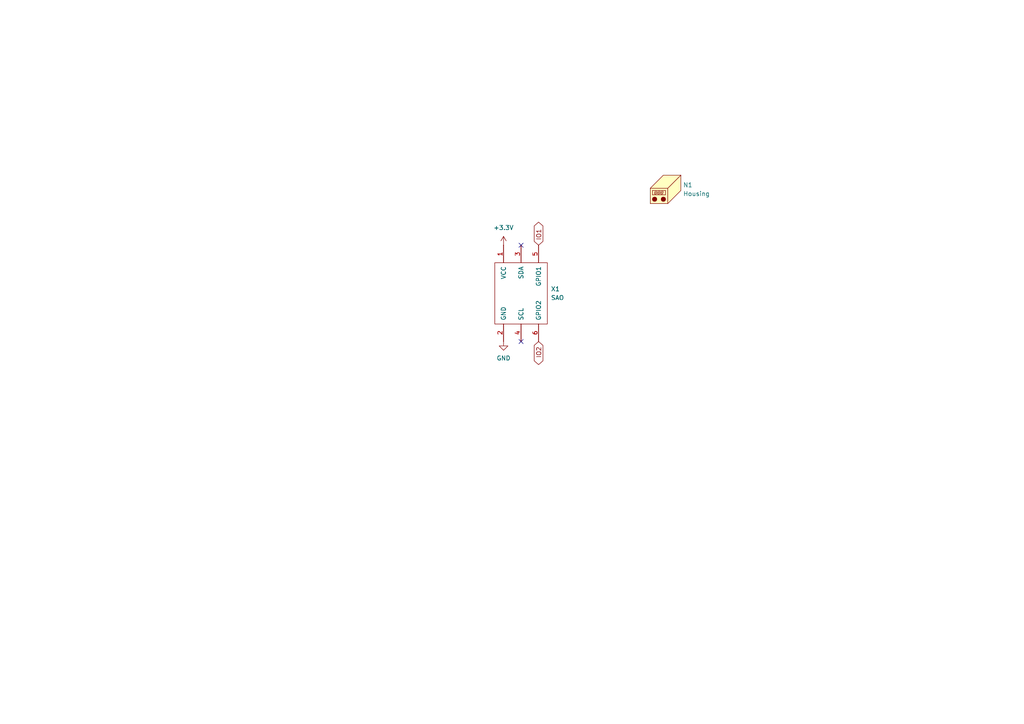
<source format=kicad_sch>
(kicad_sch (version 20231120) (generator "eeschema") (generator_version "8.0")
  (paper "A4")
  (lib_symbols
    (symbol "Mechanical:Housing" (pin_names (offset 1.016)) (exclude_from_sim yes)
      (property "Reference" "N" (at 3.81 0 0))
      (property "Value" "Housing" (at 3.81 -1.905 0))
      (symbol "Housing_0_1"
        (rectangle (start -5.08 -0.635) (end -1.27 -1.905))
        (circle (center -4.445 -3.175) (radius 0.635) (fill (type outline)))
        (circle (center -1.905 -3.175) (radius 0.635) (fill (type outline)))
        (polyline (pts (xy -4.5212 -1.5748) (xy -4.4704 -1.3716)))
        (polyline (pts (xy -4.4196 -1.6764) (xy -4.064 -1.6764)))
        (polyline (pts (xy -4.4196 -1.2192) (xy -4.3688 -0.9652)))
        (polyline (pts (xy -4.318 -1.3208) (xy -4.0132 -1.3208)))
        (polyline (pts (xy -4.2164 -0.9144) (xy -3.9116 -0.9144)))
        (polyline (pts (xy -3.9116 -1.6256) (xy -3.8608 -1.3716)))
        (polyline (pts (xy -3.81 -1.2192) (xy -3.7592 -0.9652)))
        (polyline (pts (xy -3.6068 -1.5748) (xy -3.556 -1.3716)))
        (polyline (pts (xy -3.5052 -1.6764) (xy -3.1496 -1.6764)))
        (polyline (pts (xy -3.5052 -1.2192) (xy -3.4544 -0.9652)))
        (polyline (pts (xy -3.4036 -1.3208) (xy -3.0988 -1.3208)))
        (polyline (pts (xy -3.302 -0.9144) (xy -2.9972 -0.9144)))
        (polyline (pts (xy -2.9972 -1.6256) (xy -2.9464 -1.3716)))
        (polyline (pts (xy -2.8956 -1.2192) (xy -2.8448 -0.9652)))
        (polyline (pts (xy -2.6924 -1.5748) (xy -2.6416 -1.3716)))
        (polyline (pts (xy -2.5908 -1.6764) (xy -2.2352 -1.6764)))
        (polyline (pts (xy -2.5908 -1.2192) (xy -2.54 -0.9652)))
        (polyline (pts (xy -2.4892 -1.3208) (xy -2.1844 -1.3208)))
        (polyline (pts (xy -2.3876 -0.9144) (xy -2.0828 -0.9144)))
        (polyline (pts (xy -2.0828 -1.6256) (xy -2.032 -1.3716)))
        (polyline (pts (xy -1.9812 -1.2192) (xy -1.9304 -0.9652)))
        (polyline (pts (xy -0.635 0) (xy -0.635 -4.445)))
        (polyline (pts (xy -5.715 0) (xy -0.635 0) (xy 3.175 3.81)))
        (polyline (pts (xy -5.715 0) (xy -5.715 -4.445) (xy -0.635 -4.445) (xy 3.175 -0.635) (xy 3.175 3.81) (xy -1.905 3.81) (xy -5.715 0)) (fill (type background)))
      )
    )
    (symbol "badgelife_shitty_addon_v169bis:Badgelife_sao_connector_v169bis" (pin_names (offset 1.016))
      (property "Reference" "X" (at 0 0 0))
      (property "Value" "Badgelife_sao_connector_v169bis" (at 0 20.32 0))
      (symbol "Badgelife_sao_connector_v169bis_0_1"
        (rectangle (start -7.62 8.89) (end 7.62 -8.89))
      )
      (symbol "Badgelife_sao_connector_v169bis_1_1"
        (pin input line (at -5.08 13.97 270) (length 5.08) (name "VCC") (number "1"))
        (pin input line (at -5.08 -13.97 90) (length 5.08) (name "GND") (number "2"))
        (pin input line (at 0 13.97 270) (length 5.08) (name "SDA") (number "3"))
        (pin input line (at 0 -13.97 90) (length 5.08) (name "SCL") (number "4"))
        (pin input line (at 5.08 13.97 270) (length 5.08) (name "GPIO1") (number "5"))
        (pin input line (at 5.08 -13.97 90) (length 5.08) (name "GPIO2") (number "6"))
      )
    )
    (symbol "power:+3.3V" (power) (pin_numbers hide) (pin_names (offset 0) hide)
      (property "Value" "+3.3V" (at 0 3.556 0))
      (symbol "+3.3V_0_1"
        (polyline (pts (xy -0.762 1.27) (xy 0 2.54)))
        (polyline (pts (xy 0 0) (xy 0 2.54)))
        (polyline (pts (xy 0 2.54) (xy 0.762 1.27)))
      )
      (symbol "+3.3V_1_1"
        (pin power_in line (at 0 0 90) (length 0) (name "~") (number "1"))
      )
    )
    (symbol "power:GND" (power) (pin_names (offset 0))
      (property "Value" "GND" (at 0 -3.81 0))
      (symbol "GND_0_1"
        (polyline (pts (xy 0 0) (xy 0 -1.27) (xy 1.27 -1.27) (xy 0 -2.54) (xy -1.27 -1.27) (xy 0 -1.27)))
      )
      (symbol "GND_1_1"
        (pin power_in line (at 0 0 270) (length 0) hide (name "GND") (number "1"))
      )
    )
  )
  (no_connect (at 151.13 71.12))
  (no_connect (at 151.13 99.06))
  (global_label "IO1" (shape bidirectional) (at 156.21 71.12 90) (property "Intersheetrefs" "${INTERSHEET_REFS}" (effects (hide yes))))
  (global_label "IO2" (shape bidirectional) (at 156.21 99.06 270) (property "Intersheetrefs" "${INTERSHEET_REFS}" (effects (hide yes))))
  (symbol (lib_id "badgelife_shitty_addon_v169bis:Badgelife_sao_connector_v169bis") (at 151.13 85.09 0) (unit 1)
    (property "Reference" "X1" (at 159.766 83.8199 0) (effects (justify left)))
    (property "Value" "SAO" (at 159.766 86.3599 0) (effects (justify left)))
    (property "Footprint" "Connector_PinHeader_2.54mm:PinHeader_2x03_P2.54mm_Vertical_SMD" (effects (hide yes)))
  )
  (symbol (lib_id "power:GND") (at 146.05 99.06 0) (unit 1)
    (property "Reference" "#PWR0105" (effects (hide yes)))
    (property "Value" "GND" (at 146.05 103.886 0))
  )
  (symbol (lib_id "Mechanical:Housing") (at 194.31 54.61 0) (unit 1) (exclude_from_sim yes)
    (property "Reference" "N1" (at 198.12 53.6574 0) (effects (justify left)))
    (property "Value" "Housing" (at 198.12 56.1974 0) (effects (justify left)))
    (property "Footprint" "googly_basic:kicad" (effects (hide yes)))
    (property "Description" "Housing" (effects (hide yes)))
  )
  (symbol (lib_id "power:+3.3V") (at 146.05 71.12 0) (unit 1)
    (property "Reference" "#PWR01" (effects (hide yes)))
    (property "Value" "+3.3V" (at 146.05 66.04 0))
    (property "Description" "Power symbol creates a global label with name \"+3.3V\"" (effects (hide yes)))
  )
)
</source>
